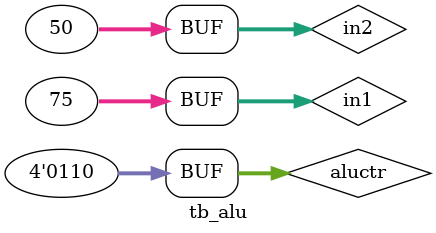
<source format=v>
`timescale 1ns / 1ps
module alu(in1,in2,aluctr,out,zero);
input [31:0] in1;
input [31:0] in2;
input [3:0] aluctr;
output [31:0] out;
reg [31:0]tout;
output zero;
assign out = tout;  

assign zero = (out==32'h00000000)?1:0;
always@(*)
begin
case(aluctr)
	4'b0000:tout<=in1&in2;
	4'b0001:tout<=in1|in2;
	4'b0010:tout<=in1+in2;
	4'b0110:tout<=in1-in2;
	4'b0111:tout<=(in1<in2)?32'hffffffff:32'h00000000;
endcase
end
endmodule

module tb_alu();
reg [31:0] in1,in2;
reg [3:0]aluctr;
wire [31:0] out;
wire zero;
alu alutest(in1,in2,aluctr,out,zero);
initial 
begin
$monitor(" %d // %d // %b // %b // %b",in1,in2,aluctr,out,zero);
#5
in1=32'd25;
in2=32'd50;
aluctr=4'b0000;
#5
in1=32'd25;
in2=32'd50;
aluctr=4'b0001;
#5
in1=32'd25;
in2=32'd50;
aluctr=4'b0010;
#5
in1=32'd50;
in2=32'd25;
aluctr=4'b0111;
#5
in1=32'd25;
in2=32'd50;
aluctr=4'b0111;

#5
in1=32'd25;
in2=32'd50;
aluctr=4'b0110;
#5
in1=32'd75;
in2=32'd50;
aluctr=4'b0110;

end
endmodule

</source>
